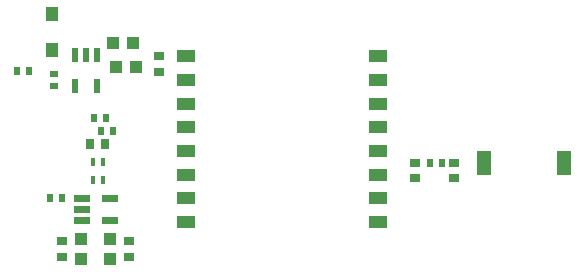
<source format=gbr>
G04 EAGLE Gerber RS-274X export*
G75*
%MOMM*%
%FSLAX34Y34*%
%LPD*%
%INSolderpaste Bottom*%
%IPPOS*%
%AMOC8*
5,1,8,0,0,1.08239X$1,22.5*%
G01*
%ADD10R,1.250000X2.000000*%
%ADD11R,0.900000X0.700000*%
%ADD12R,1.000000X1.100000*%
%ADD13R,1.100000X1.000000*%
%ADD14R,0.700000X0.900000*%
%ADD15R,1.092200X1.143000*%
%ADD16R,0.600000X0.700000*%
%ADD17R,0.700000X0.600000*%
%ADD18R,1.500000X1.000000*%
%ADD19C,0.090000*%
%ADD20R,0.558800X1.270000*%
%ADD21R,0.304800X0.711200*%


D10*
X426250Y95000D03*
X493750Y95000D03*
D11*
X69000Y28500D03*
X69000Y15500D03*
X125000Y28500D03*
X125000Y15500D03*
D12*
X85000Y30500D03*
X85000Y13500D03*
D13*
X111500Y196500D03*
X128500Y196500D03*
X114500Y176000D03*
X131500Y176000D03*
D11*
X367500Y95000D03*
X367500Y82000D03*
X401000Y95000D03*
X401000Y82000D03*
D12*
X109000Y30500D03*
X109000Y13500D03*
D14*
X92500Y111000D03*
X105500Y111000D03*
D11*
X150500Y172000D03*
X150500Y185000D03*
D15*
X60000Y190633D03*
X60000Y221367D03*
D16*
X380000Y95000D03*
X390000Y95000D03*
X112000Y122000D03*
X102000Y122000D03*
X106000Y133000D03*
X96000Y133000D03*
X58500Y65500D03*
X68500Y65500D03*
D17*
X62000Y160000D03*
X62000Y170000D03*
D16*
X31000Y173000D03*
X41000Y173000D03*
D18*
X336000Y185000D03*
X336000Y165000D03*
X336000Y145000D03*
X336000Y125000D03*
X336000Y105000D03*
X336000Y85000D03*
X336000Y65000D03*
X336000Y45000D03*
X174000Y45000D03*
X174000Y65000D03*
X174000Y85000D03*
X174000Y105000D03*
X174000Y125000D03*
X174000Y145000D03*
X174000Y165000D03*
X174000Y185000D03*
D19*
X91450Y49050D02*
X91450Y43950D01*
X78850Y43950D01*
X78850Y49050D01*
X91450Y49050D01*
X91450Y44805D02*
X78850Y44805D01*
X78850Y45660D02*
X91450Y45660D01*
X91450Y46515D02*
X78850Y46515D01*
X78850Y47370D02*
X91450Y47370D01*
X91450Y48225D02*
X78850Y48225D01*
X91450Y53450D02*
X91450Y58550D01*
X91450Y53450D02*
X78850Y53450D01*
X78850Y58550D01*
X91450Y58550D01*
X91450Y54305D02*
X78850Y54305D01*
X78850Y55160D02*
X91450Y55160D01*
X91450Y56015D02*
X78850Y56015D01*
X78850Y56870D02*
X91450Y56870D01*
X91450Y57725D02*
X78850Y57725D01*
X91450Y62950D02*
X91450Y68050D01*
X91450Y62950D02*
X78850Y62950D01*
X78850Y68050D01*
X91450Y68050D01*
X91450Y63805D02*
X78850Y63805D01*
X78850Y64660D02*
X91450Y64660D01*
X91450Y65515D02*
X78850Y65515D01*
X78850Y66370D02*
X91450Y66370D01*
X91450Y67225D02*
X78850Y67225D01*
X115150Y68050D02*
X115150Y62950D01*
X102550Y62950D01*
X102550Y68050D01*
X115150Y68050D01*
X115150Y63805D02*
X102550Y63805D01*
X102550Y64660D02*
X115150Y64660D01*
X115150Y65515D02*
X102550Y65515D01*
X102550Y66370D02*
X115150Y66370D01*
X115150Y67225D02*
X102550Y67225D01*
X115150Y49050D02*
X115150Y43950D01*
X102550Y43950D01*
X102550Y49050D01*
X115150Y49050D01*
X115150Y44805D02*
X102550Y44805D01*
X102550Y45660D02*
X115150Y45660D01*
X115150Y46515D02*
X102550Y46515D01*
X102550Y47370D02*
X115150Y47370D01*
X115150Y48225D02*
X102550Y48225D01*
D20*
X79602Y185954D03*
X89000Y185954D03*
X98398Y185954D03*
X98398Y160046D03*
X79602Y160046D03*
D21*
X103000Y80507D03*
X95000Y80507D03*
X95000Y95493D03*
X103000Y95493D03*
M02*

</source>
